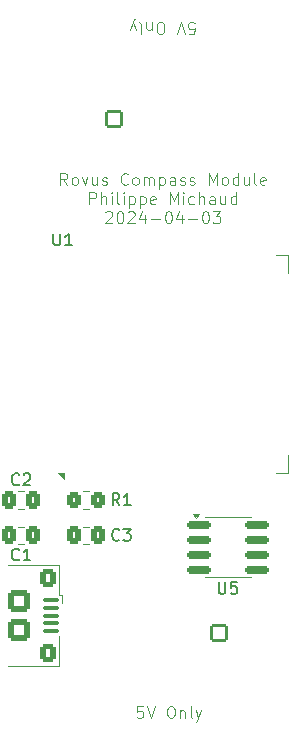
<source format=gto>
%TF.GenerationSoftware,KiCad,Pcbnew,8.0.1-8.0.1-1~ubuntu22.04.1*%
%TF.CreationDate,2024-04-18T01:12:43-04:00*%
%TF.ProjectId,esp32_rover_devkit,65737033-325f-4726-9f76-65725f646576,rev?*%
%TF.SameCoordinates,Original*%
%TF.FileFunction,Legend,Top*%
%TF.FilePolarity,Positive*%
%FSLAX46Y46*%
G04 Gerber Fmt 4.6, Leading zero omitted, Abs format (unit mm)*
G04 Created by KiCad (PCBNEW 8.0.1-8.0.1-1~ubuntu22.04.1) date 2024-04-18 01:12:43*
%MOMM*%
%LPD*%
G01*
G04 APERTURE LIST*
G04 Aperture macros list*
%AMRoundRect*
0 Rectangle with rounded corners*
0 $1 Rounding radius*
0 $2 $3 $4 $5 $6 $7 $8 $9 X,Y pos of 4 corners*
0 Add a 4 corners polygon primitive as box body*
4,1,4,$2,$3,$4,$5,$6,$7,$8,$9,$2,$3,0*
0 Add four circle primitives for the rounded corners*
1,1,$1+$1,$2,$3*
1,1,$1+$1,$4,$5*
1,1,$1+$1,$6,$7*
1,1,$1+$1,$8,$9*
0 Add four rect primitives between the rounded corners*
20,1,$1+$1,$2,$3,$4,$5,0*
20,1,$1+$1,$4,$5,$6,$7,0*
20,1,$1+$1,$6,$7,$8,$9,0*
20,1,$1+$1,$8,$9,$2,$3,0*%
G04 Aperture macros list end*
%ADD10C,0.100000*%
%ADD11C,0.150000*%
%ADD12C,0.120000*%
%ADD13C,2.600000*%
%ADD14C,3.800000*%
%ADD15RoundRect,0.250000X0.337500X0.475000X-0.337500X0.475000X-0.337500X-0.475000X0.337500X-0.475000X0*%
%ADD16RoundRect,0.150000X-0.825000X-0.150000X0.825000X-0.150000X0.825000X0.150000X-0.825000X0.150000X0*%
%ADD17RoundRect,0.250000X-0.350000X-0.450000X0.350000X-0.450000X0.350000X0.450000X-0.350000X0.450000X0*%
%ADD18R,0.900000X1.500000*%
%ADD19R,1.500000X0.900000*%
%ADD20R,3.900000X3.900000*%
%ADD21RoundRect,0.100000X-0.575000X0.100000X-0.575000X-0.100000X0.575000X-0.100000X0.575000X0.100000X0*%
%ADD22O,1.600000X0.900000*%
%ADD23RoundRect,0.250000X-0.450000X0.550000X-0.450000X-0.550000X0.450000X-0.550000X0.450000X0.550000X0*%
%ADD24RoundRect,0.250000X-0.700000X0.700000X-0.700000X-0.700000X0.700000X-0.700000X0.700000X0.700000X0*%
%ADD25C,3.350000*%
%ADD26RoundRect,0.102000X0.634000X0.634000X-0.634000X0.634000X-0.634000X-0.634000X0.634000X-0.634000X0*%
%ADD27C,1.472000*%
%ADD28RoundRect,0.102000X-0.634000X-0.634000X0.634000X-0.634000X0.634000X0.634000X-0.634000X0.634000X0*%
%ADD29C,0.600000*%
G04 APERTURE END LIST*
D10*
X35690476Y-22042580D02*
X36166666Y-22042580D01*
X36166666Y-22042580D02*
X36214285Y-21566390D01*
X36214285Y-21566390D02*
X36166666Y-21614009D01*
X36166666Y-21614009D02*
X36071428Y-21661628D01*
X36071428Y-21661628D02*
X35833333Y-21661628D01*
X35833333Y-21661628D02*
X35738095Y-21614009D01*
X35738095Y-21614009D02*
X35690476Y-21566390D01*
X35690476Y-21566390D02*
X35642857Y-21471152D01*
X35642857Y-21471152D02*
X35642857Y-21233057D01*
X35642857Y-21233057D02*
X35690476Y-21137819D01*
X35690476Y-21137819D02*
X35738095Y-21090200D01*
X35738095Y-21090200D02*
X35833333Y-21042580D01*
X35833333Y-21042580D02*
X36071428Y-21042580D01*
X36071428Y-21042580D02*
X36166666Y-21090200D01*
X36166666Y-21090200D02*
X36214285Y-21137819D01*
X35357142Y-22042580D02*
X35023809Y-21042580D01*
X35023809Y-21042580D02*
X34690476Y-22042580D01*
X33404761Y-22042580D02*
X33214285Y-22042580D01*
X33214285Y-22042580D02*
X33119047Y-21994961D01*
X33119047Y-21994961D02*
X33023809Y-21899723D01*
X33023809Y-21899723D02*
X32976190Y-21709247D01*
X32976190Y-21709247D02*
X32976190Y-21375914D01*
X32976190Y-21375914D02*
X33023809Y-21185438D01*
X33023809Y-21185438D02*
X33119047Y-21090200D01*
X33119047Y-21090200D02*
X33214285Y-21042580D01*
X33214285Y-21042580D02*
X33404761Y-21042580D01*
X33404761Y-21042580D02*
X33499999Y-21090200D01*
X33499999Y-21090200D02*
X33595237Y-21185438D01*
X33595237Y-21185438D02*
X33642856Y-21375914D01*
X33642856Y-21375914D02*
X33642856Y-21709247D01*
X33642856Y-21709247D02*
X33595237Y-21899723D01*
X33595237Y-21899723D02*
X33499999Y-21994961D01*
X33499999Y-21994961D02*
X33404761Y-22042580D01*
X32547618Y-21709247D02*
X32547618Y-21042580D01*
X32547618Y-21614009D02*
X32499999Y-21661628D01*
X32499999Y-21661628D02*
X32404761Y-21709247D01*
X32404761Y-21709247D02*
X32261904Y-21709247D01*
X32261904Y-21709247D02*
X32166666Y-21661628D01*
X32166666Y-21661628D02*
X32119047Y-21566390D01*
X32119047Y-21566390D02*
X32119047Y-21042580D01*
X31499999Y-21042580D02*
X31595237Y-21090200D01*
X31595237Y-21090200D02*
X31642856Y-21185438D01*
X31642856Y-21185438D02*
X31642856Y-22042580D01*
X31214284Y-21709247D02*
X30976189Y-21042580D01*
X30738094Y-21709247D02*
X30976189Y-21042580D01*
X30976189Y-21042580D02*
X31071427Y-20804485D01*
X31071427Y-20804485D02*
X31119046Y-20756866D01*
X31119046Y-20756866D02*
X31214284Y-20709247D01*
X25404760Y-34847475D02*
X25071427Y-34371284D01*
X24833332Y-34847475D02*
X24833332Y-33847475D01*
X24833332Y-33847475D02*
X25214284Y-33847475D01*
X25214284Y-33847475D02*
X25309522Y-33895094D01*
X25309522Y-33895094D02*
X25357141Y-33942713D01*
X25357141Y-33942713D02*
X25404760Y-34037951D01*
X25404760Y-34037951D02*
X25404760Y-34180808D01*
X25404760Y-34180808D02*
X25357141Y-34276046D01*
X25357141Y-34276046D02*
X25309522Y-34323665D01*
X25309522Y-34323665D02*
X25214284Y-34371284D01*
X25214284Y-34371284D02*
X24833332Y-34371284D01*
X25976189Y-34847475D02*
X25880951Y-34799856D01*
X25880951Y-34799856D02*
X25833332Y-34752236D01*
X25833332Y-34752236D02*
X25785713Y-34656998D01*
X25785713Y-34656998D02*
X25785713Y-34371284D01*
X25785713Y-34371284D02*
X25833332Y-34276046D01*
X25833332Y-34276046D02*
X25880951Y-34228427D01*
X25880951Y-34228427D02*
X25976189Y-34180808D01*
X25976189Y-34180808D02*
X26119046Y-34180808D01*
X26119046Y-34180808D02*
X26214284Y-34228427D01*
X26214284Y-34228427D02*
X26261903Y-34276046D01*
X26261903Y-34276046D02*
X26309522Y-34371284D01*
X26309522Y-34371284D02*
X26309522Y-34656998D01*
X26309522Y-34656998D02*
X26261903Y-34752236D01*
X26261903Y-34752236D02*
X26214284Y-34799856D01*
X26214284Y-34799856D02*
X26119046Y-34847475D01*
X26119046Y-34847475D02*
X25976189Y-34847475D01*
X26642856Y-34180808D02*
X26880951Y-34847475D01*
X26880951Y-34847475D02*
X27119046Y-34180808D01*
X27928570Y-34180808D02*
X27928570Y-34847475D01*
X27499999Y-34180808D02*
X27499999Y-34704617D01*
X27499999Y-34704617D02*
X27547618Y-34799856D01*
X27547618Y-34799856D02*
X27642856Y-34847475D01*
X27642856Y-34847475D02*
X27785713Y-34847475D01*
X27785713Y-34847475D02*
X27880951Y-34799856D01*
X27880951Y-34799856D02*
X27928570Y-34752236D01*
X28357142Y-34799856D02*
X28452380Y-34847475D01*
X28452380Y-34847475D02*
X28642856Y-34847475D01*
X28642856Y-34847475D02*
X28738094Y-34799856D01*
X28738094Y-34799856D02*
X28785713Y-34704617D01*
X28785713Y-34704617D02*
X28785713Y-34656998D01*
X28785713Y-34656998D02*
X28738094Y-34561760D01*
X28738094Y-34561760D02*
X28642856Y-34514141D01*
X28642856Y-34514141D02*
X28499999Y-34514141D01*
X28499999Y-34514141D02*
X28404761Y-34466522D01*
X28404761Y-34466522D02*
X28357142Y-34371284D01*
X28357142Y-34371284D02*
X28357142Y-34323665D01*
X28357142Y-34323665D02*
X28404761Y-34228427D01*
X28404761Y-34228427D02*
X28499999Y-34180808D01*
X28499999Y-34180808D02*
X28642856Y-34180808D01*
X28642856Y-34180808D02*
X28738094Y-34228427D01*
X30547618Y-34752236D02*
X30499999Y-34799856D01*
X30499999Y-34799856D02*
X30357142Y-34847475D01*
X30357142Y-34847475D02*
X30261904Y-34847475D01*
X30261904Y-34847475D02*
X30119047Y-34799856D01*
X30119047Y-34799856D02*
X30023809Y-34704617D01*
X30023809Y-34704617D02*
X29976190Y-34609379D01*
X29976190Y-34609379D02*
X29928571Y-34418903D01*
X29928571Y-34418903D02*
X29928571Y-34276046D01*
X29928571Y-34276046D02*
X29976190Y-34085570D01*
X29976190Y-34085570D02*
X30023809Y-33990332D01*
X30023809Y-33990332D02*
X30119047Y-33895094D01*
X30119047Y-33895094D02*
X30261904Y-33847475D01*
X30261904Y-33847475D02*
X30357142Y-33847475D01*
X30357142Y-33847475D02*
X30499999Y-33895094D01*
X30499999Y-33895094D02*
X30547618Y-33942713D01*
X31119047Y-34847475D02*
X31023809Y-34799856D01*
X31023809Y-34799856D02*
X30976190Y-34752236D01*
X30976190Y-34752236D02*
X30928571Y-34656998D01*
X30928571Y-34656998D02*
X30928571Y-34371284D01*
X30928571Y-34371284D02*
X30976190Y-34276046D01*
X30976190Y-34276046D02*
X31023809Y-34228427D01*
X31023809Y-34228427D02*
X31119047Y-34180808D01*
X31119047Y-34180808D02*
X31261904Y-34180808D01*
X31261904Y-34180808D02*
X31357142Y-34228427D01*
X31357142Y-34228427D02*
X31404761Y-34276046D01*
X31404761Y-34276046D02*
X31452380Y-34371284D01*
X31452380Y-34371284D02*
X31452380Y-34656998D01*
X31452380Y-34656998D02*
X31404761Y-34752236D01*
X31404761Y-34752236D02*
X31357142Y-34799856D01*
X31357142Y-34799856D02*
X31261904Y-34847475D01*
X31261904Y-34847475D02*
X31119047Y-34847475D01*
X31880952Y-34847475D02*
X31880952Y-34180808D01*
X31880952Y-34276046D02*
X31928571Y-34228427D01*
X31928571Y-34228427D02*
X32023809Y-34180808D01*
X32023809Y-34180808D02*
X32166666Y-34180808D01*
X32166666Y-34180808D02*
X32261904Y-34228427D01*
X32261904Y-34228427D02*
X32309523Y-34323665D01*
X32309523Y-34323665D02*
X32309523Y-34847475D01*
X32309523Y-34323665D02*
X32357142Y-34228427D01*
X32357142Y-34228427D02*
X32452380Y-34180808D01*
X32452380Y-34180808D02*
X32595237Y-34180808D01*
X32595237Y-34180808D02*
X32690476Y-34228427D01*
X32690476Y-34228427D02*
X32738095Y-34323665D01*
X32738095Y-34323665D02*
X32738095Y-34847475D01*
X33214285Y-34180808D02*
X33214285Y-35180808D01*
X33214285Y-34228427D02*
X33309523Y-34180808D01*
X33309523Y-34180808D02*
X33499999Y-34180808D01*
X33499999Y-34180808D02*
X33595237Y-34228427D01*
X33595237Y-34228427D02*
X33642856Y-34276046D01*
X33642856Y-34276046D02*
X33690475Y-34371284D01*
X33690475Y-34371284D02*
X33690475Y-34656998D01*
X33690475Y-34656998D02*
X33642856Y-34752236D01*
X33642856Y-34752236D02*
X33595237Y-34799856D01*
X33595237Y-34799856D02*
X33499999Y-34847475D01*
X33499999Y-34847475D02*
X33309523Y-34847475D01*
X33309523Y-34847475D02*
X33214285Y-34799856D01*
X34547618Y-34847475D02*
X34547618Y-34323665D01*
X34547618Y-34323665D02*
X34499999Y-34228427D01*
X34499999Y-34228427D02*
X34404761Y-34180808D01*
X34404761Y-34180808D02*
X34214285Y-34180808D01*
X34214285Y-34180808D02*
X34119047Y-34228427D01*
X34547618Y-34799856D02*
X34452380Y-34847475D01*
X34452380Y-34847475D02*
X34214285Y-34847475D01*
X34214285Y-34847475D02*
X34119047Y-34799856D01*
X34119047Y-34799856D02*
X34071428Y-34704617D01*
X34071428Y-34704617D02*
X34071428Y-34609379D01*
X34071428Y-34609379D02*
X34119047Y-34514141D01*
X34119047Y-34514141D02*
X34214285Y-34466522D01*
X34214285Y-34466522D02*
X34452380Y-34466522D01*
X34452380Y-34466522D02*
X34547618Y-34418903D01*
X34976190Y-34799856D02*
X35071428Y-34847475D01*
X35071428Y-34847475D02*
X35261904Y-34847475D01*
X35261904Y-34847475D02*
X35357142Y-34799856D01*
X35357142Y-34799856D02*
X35404761Y-34704617D01*
X35404761Y-34704617D02*
X35404761Y-34656998D01*
X35404761Y-34656998D02*
X35357142Y-34561760D01*
X35357142Y-34561760D02*
X35261904Y-34514141D01*
X35261904Y-34514141D02*
X35119047Y-34514141D01*
X35119047Y-34514141D02*
X35023809Y-34466522D01*
X35023809Y-34466522D02*
X34976190Y-34371284D01*
X34976190Y-34371284D02*
X34976190Y-34323665D01*
X34976190Y-34323665D02*
X35023809Y-34228427D01*
X35023809Y-34228427D02*
X35119047Y-34180808D01*
X35119047Y-34180808D02*
X35261904Y-34180808D01*
X35261904Y-34180808D02*
X35357142Y-34228427D01*
X35785714Y-34799856D02*
X35880952Y-34847475D01*
X35880952Y-34847475D02*
X36071428Y-34847475D01*
X36071428Y-34847475D02*
X36166666Y-34799856D01*
X36166666Y-34799856D02*
X36214285Y-34704617D01*
X36214285Y-34704617D02*
X36214285Y-34656998D01*
X36214285Y-34656998D02*
X36166666Y-34561760D01*
X36166666Y-34561760D02*
X36071428Y-34514141D01*
X36071428Y-34514141D02*
X35928571Y-34514141D01*
X35928571Y-34514141D02*
X35833333Y-34466522D01*
X35833333Y-34466522D02*
X35785714Y-34371284D01*
X35785714Y-34371284D02*
X35785714Y-34323665D01*
X35785714Y-34323665D02*
X35833333Y-34228427D01*
X35833333Y-34228427D02*
X35928571Y-34180808D01*
X35928571Y-34180808D02*
X36071428Y-34180808D01*
X36071428Y-34180808D02*
X36166666Y-34228427D01*
X37404762Y-34847475D02*
X37404762Y-33847475D01*
X37404762Y-33847475D02*
X37738095Y-34561760D01*
X37738095Y-34561760D02*
X38071428Y-33847475D01*
X38071428Y-33847475D02*
X38071428Y-34847475D01*
X38690476Y-34847475D02*
X38595238Y-34799856D01*
X38595238Y-34799856D02*
X38547619Y-34752236D01*
X38547619Y-34752236D02*
X38500000Y-34656998D01*
X38500000Y-34656998D02*
X38500000Y-34371284D01*
X38500000Y-34371284D02*
X38547619Y-34276046D01*
X38547619Y-34276046D02*
X38595238Y-34228427D01*
X38595238Y-34228427D02*
X38690476Y-34180808D01*
X38690476Y-34180808D02*
X38833333Y-34180808D01*
X38833333Y-34180808D02*
X38928571Y-34228427D01*
X38928571Y-34228427D02*
X38976190Y-34276046D01*
X38976190Y-34276046D02*
X39023809Y-34371284D01*
X39023809Y-34371284D02*
X39023809Y-34656998D01*
X39023809Y-34656998D02*
X38976190Y-34752236D01*
X38976190Y-34752236D02*
X38928571Y-34799856D01*
X38928571Y-34799856D02*
X38833333Y-34847475D01*
X38833333Y-34847475D02*
X38690476Y-34847475D01*
X39880952Y-34847475D02*
X39880952Y-33847475D01*
X39880952Y-34799856D02*
X39785714Y-34847475D01*
X39785714Y-34847475D02*
X39595238Y-34847475D01*
X39595238Y-34847475D02*
X39500000Y-34799856D01*
X39500000Y-34799856D02*
X39452381Y-34752236D01*
X39452381Y-34752236D02*
X39404762Y-34656998D01*
X39404762Y-34656998D02*
X39404762Y-34371284D01*
X39404762Y-34371284D02*
X39452381Y-34276046D01*
X39452381Y-34276046D02*
X39500000Y-34228427D01*
X39500000Y-34228427D02*
X39595238Y-34180808D01*
X39595238Y-34180808D02*
X39785714Y-34180808D01*
X39785714Y-34180808D02*
X39880952Y-34228427D01*
X40785714Y-34180808D02*
X40785714Y-34847475D01*
X40357143Y-34180808D02*
X40357143Y-34704617D01*
X40357143Y-34704617D02*
X40404762Y-34799856D01*
X40404762Y-34799856D02*
X40500000Y-34847475D01*
X40500000Y-34847475D02*
X40642857Y-34847475D01*
X40642857Y-34847475D02*
X40738095Y-34799856D01*
X40738095Y-34799856D02*
X40785714Y-34752236D01*
X41404762Y-34847475D02*
X41309524Y-34799856D01*
X41309524Y-34799856D02*
X41261905Y-34704617D01*
X41261905Y-34704617D02*
X41261905Y-33847475D01*
X42166667Y-34799856D02*
X42071429Y-34847475D01*
X42071429Y-34847475D02*
X41880953Y-34847475D01*
X41880953Y-34847475D02*
X41785715Y-34799856D01*
X41785715Y-34799856D02*
X41738096Y-34704617D01*
X41738096Y-34704617D02*
X41738096Y-34323665D01*
X41738096Y-34323665D02*
X41785715Y-34228427D01*
X41785715Y-34228427D02*
X41880953Y-34180808D01*
X41880953Y-34180808D02*
X42071429Y-34180808D01*
X42071429Y-34180808D02*
X42166667Y-34228427D01*
X42166667Y-34228427D02*
X42214286Y-34323665D01*
X42214286Y-34323665D02*
X42214286Y-34418903D01*
X42214286Y-34418903D02*
X41738096Y-34514141D01*
X27285714Y-36457419D02*
X27285714Y-35457419D01*
X27285714Y-35457419D02*
X27666666Y-35457419D01*
X27666666Y-35457419D02*
X27761904Y-35505038D01*
X27761904Y-35505038D02*
X27809523Y-35552657D01*
X27809523Y-35552657D02*
X27857142Y-35647895D01*
X27857142Y-35647895D02*
X27857142Y-35790752D01*
X27857142Y-35790752D02*
X27809523Y-35885990D01*
X27809523Y-35885990D02*
X27761904Y-35933609D01*
X27761904Y-35933609D02*
X27666666Y-35981228D01*
X27666666Y-35981228D02*
X27285714Y-35981228D01*
X28285714Y-36457419D02*
X28285714Y-35457419D01*
X28714285Y-36457419D02*
X28714285Y-35933609D01*
X28714285Y-35933609D02*
X28666666Y-35838371D01*
X28666666Y-35838371D02*
X28571428Y-35790752D01*
X28571428Y-35790752D02*
X28428571Y-35790752D01*
X28428571Y-35790752D02*
X28333333Y-35838371D01*
X28333333Y-35838371D02*
X28285714Y-35885990D01*
X29190476Y-36457419D02*
X29190476Y-35790752D01*
X29190476Y-35457419D02*
X29142857Y-35505038D01*
X29142857Y-35505038D02*
X29190476Y-35552657D01*
X29190476Y-35552657D02*
X29238095Y-35505038D01*
X29238095Y-35505038D02*
X29190476Y-35457419D01*
X29190476Y-35457419D02*
X29190476Y-35552657D01*
X29809523Y-36457419D02*
X29714285Y-36409800D01*
X29714285Y-36409800D02*
X29666666Y-36314561D01*
X29666666Y-36314561D02*
X29666666Y-35457419D01*
X30190476Y-36457419D02*
X30190476Y-35790752D01*
X30190476Y-35457419D02*
X30142857Y-35505038D01*
X30142857Y-35505038D02*
X30190476Y-35552657D01*
X30190476Y-35552657D02*
X30238095Y-35505038D01*
X30238095Y-35505038D02*
X30190476Y-35457419D01*
X30190476Y-35457419D02*
X30190476Y-35552657D01*
X30666666Y-35790752D02*
X30666666Y-36790752D01*
X30666666Y-35838371D02*
X30761904Y-35790752D01*
X30761904Y-35790752D02*
X30952380Y-35790752D01*
X30952380Y-35790752D02*
X31047618Y-35838371D01*
X31047618Y-35838371D02*
X31095237Y-35885990D01*
X31095237Y-35885990D02*
X31142856Y-35981228D01*
X31142856Y-35981228D02*
X31142856Y-36266942D01*
X31142856Y-36266942D02*
X31095237Y-36362180D01*
X31095237Y-36362180D02*
X31047618Y-36409800D01*
X31047618Y-36409800D02*
X30952380Y-36457419D01*
X30952380Y-36457419D02*
X30761904Y-36457419D01*
X30761904Y-36457419D02*
X30666666Y-36409800D01*
X31571428Y-35790752D02*
X31571428Y-36790752D01*
X31571428Y-35838371D02*
X31666666Y-35790752D01*
X31666666Y-35790752D02*
X31857142Y-35790752D01*
X31857142Y-35790752D02*
X31952380Y-35838371D01*
X31952380Y-35838371D02*
X31999999Y-35885990D01*
X31999999Y-35885990D02*
X32047618Y-35981228D01*
X32047618Y-35981228D02*
X32047618Y-36266942D01*
X32047618Y-36266942D02*
X31999999Y-36362180D01*
X31999999Y-36362180D02*
X31952380Y-36409800D01*
X31952380Y-36409800D02*
X31857142Y-36457419D01*
X31857142Y-36457419D02*
X31666666Y-36457419D01*
X31666666Y-36457419D02*
X31571428Y-36409800D01*
X32857142Y-36409800D02*
X32761904Y-36457419D01*
X32761904Y-36457419D02*
X32571428Y-36457419D01*
X32571428Y-36457419D02*
X32476190Y-36409800D01*
X32476190Y-36409800D02*
X32428571Y-36314561D01*
X32428571Y-36314561D02*
X32428571Y-35933609D01*
X32428571Y-35933609D02*
X32476190Y-35838371D01*
X32476190Y-35838371D02*
X32571428Y-35790752D01*
X32571428Y-35790752D02*
X32761904Y-35790752D01*
X32761904Y-35790752D02*
X32857142Y-35838371D01*
X32857142Y-35838371D02*
X32904761Y-35933609D01*
X32904761Y-35933609D02*
X32904761Y-36028847D01*
X32904761Y-36028847D02*
X32428571Y-36124085D01*
X34095238Y-36457419D02*
X34095238Y-35457419D01*
X34095238Y-35457419D02*
X34428571Y-36171704D01*
X34428571Y-36171704D02*
X34761904Y-35457419D01*
X34761904Y-35457419D02*
X34761904Y-36457419D01*
X35238095Y-36457419D02*
X35238095Y-35790752D01*
X35238095Y-35457419D02*
X35190476Y-35505038D01*
X35190476Y-35505038D02*
X35238095Y-35552657D01*
X35238095Y-35552657D02*
X35285714Y-35505038D01*
X35285714Y-35505038D02*
X35238095Y-35457419D01*
X35238095Y-35457419D02*
X35238095Y-35552657D01*
X36142856Y-36409800D02*
X36047618Y-36457419D01*
X36047618Y-36457419D02*
X35857142Y-36457419D01*
X35857142Y-36457419D02*
X35761904Y-36409800D01*
X35761904Y-36409800D02*
X35714285Y-36362180D01*
X35714285Y-36362180D02*
X35666666Y-36266942D01*
X35666666Y-36266942D02*
X35666666Y-35981228D01*
X35666666Y-35981228D02*
X35714285Y-35885990D01*
X35714285Y-35885990D02*
X35761904Y-35838371D01*
X35761904Y-35838371D02*
X35857142Y-35790752D01*
X35857142Y-35790752D02*
X36047618Y-35790752D01*
X36047618Y-35790752D02*
X36142856Y-35838371D01*
X36571428Y-36457419D02*
X36571428Y-35457419D01*
X36999999Y-36457419D02*
X36999999Y-35933609D01*
X36999999Y-35933609D02*
X36952380Y-35838371D01*
X36952380Y-35838371D02*
X36857142Y-35790752D01*
X36857142Y-35790752D02*
X36714285Y-35790752D01*
X36714285Y-35790752D02*
X36619047Y-35838371D01*
X36619047Y-35838371D02*
X36571428Y-35885990D01*
X37904761Y-36457419D02*
X37904761Y-35933609D01*
X37904761Y-35933609D02*
X37857142Y-35838371D01*
X37857142Y-35838371D02*
X37761904Y-35790752D01*
X37761904Y-35790752D02*
X37571428Y-35790752D01*
X37571428Y-35790752D02*
X37476190Y-35838371D01*
X37904761Y-36409800D02*
X37809523Y-36457419D01*
X37809523Y-36457419D02*
X37571428Y-36457419D01*
X37571428Y-36457419D02*
X37476190Y-36409800D01*
X37476190Y-36409800D02*
X37428571Y-36314561D01*
X37428571Y-36314561D02*
X37428571Y-36219323D01*
X37428571Y-36219323D02*
X37476190Y-36124085D01*
X37476190Y-36124085D02*
X37571428Y-36076466D01*
X37571428Y-36076466D02*
X37809523Y-36076466D01*
X37809523Y-36076466D02*
X37904761Y-36028847D01*
X38809523Y-35790752D02*
X38809523Y-36457419D01*
X38380952Y-35790752D02*
X38380952Y-36314561D01*
X38380952Y-36314561D02*
X38428571Y-36409800D01*
X38428571Y-36409800D02*
X38523809Y-36457419D01*
X38523809Y-36457419D02*
X38666666Y-36457419D01*
X38666666Y-36457419D02*
X38761904Y-36409800D01*
X38761904Y-36409800D02*
X38809523Y-36362180D01*
X39714285Y-36457419D02*
X39714285Y-35457419D01*
X39714285Y-36409800D02*
X39619047Y-36457419D01*
X39619047Y-36457419D02*
X39428571Y-36457419D01*
X39428571Y-36457419D02*
X39333333Y-36409800D01*
X39333333Y-36409800D02*
X39285714Y-36362180D01*
X39285714Y-36362180D02*
X39238095Y-36266942D01*
X39238095Y-36266942D02*
X39238095Y-35981228D01*
X39238095Y-35981228D02*
X39285714Y-35885990D01*
X39285714Y-35885990D02*
X39333333Y-35838371D01*
X39333333Y-35838371D02*
X39428571Y-35790752D01*
X39428571Y-35790752D02*
X39619047Y-35790752D01*
X39619047Y-35790752D02*
X39714285Y-35838371D01*
X28642857Y-37162601D02*
X28690476Y-37114982D01*
X28690476Y-37114982D02*
X28785714Y-37067363D01*
X28785714Y-37067363D02*
X29023809Y-37067363D01*
X29023809Y-37067363D02*
X29119047Y-37114982D01*
X29119047Y-37114982D02*
X29166666Y-37162601D01*
X29166666Y-37162601D02*
X29214285Y-37257839D01*
X29214285Y-37257839D02*
X29214285Y-37353077D01*
X29214285Y-37353077D02*
X29166666Y-37495934D01*
X29166666Y-37495934D02*
X28595238Y-38067363D01*
X28595238Y-38067363D02*
X29214285Y-38067363D01*
X29833333Y-37067363D02*
X29928571Y-37067363D01*
X29928571Y-37067363D02*
X30023809Y-37114982D01*
X30023809Y-37114982D02*
X30071428Y-37162601D01*
X30071428Y-37162601D02*
X30119047Y-37257839D01*
X30119047Y-37257839D02*
X30166666Y-37448315D01*
X30166666Y-37448315D02*
X30166666Y-37686410D01*
X30166666Y-37686410D02*
X30119047Y-37876886D01*
X30119047Y-37876886D02*
X30071428Y-37972124D01*
X30071428Y-37972124D02*
X30023809Y-38019744D01*
X30023809Y-38019744D02*
X29928571Y-38067363D01*
X29928571Y-38067363D02*
X29833333Y-38067363D01*
X29833333Y-38067363D02*
X29738095Y-38019744D01*
X29738095Y-38019744D02*
X29690476Y-37972124D01*
X29690476Y-37972124D02*
X29642857Y-37876886D01*
X29642857Y-37876886D02*
X29595238Y-37686410D01*
X29595238Y-37686410D02*
X29595238Y-37448315D01*
X29595238Y-37448315D02*
X29642857Y-37257839D01*
X29642857Y-37257839D02*
X29690476Y-37162601D01*
X29690476Y-37162601D02*
X29738095Y-37114982D01*
X29738095Y-37114982D02*
X29833333Y-37067363D01*
X30547619Y-37162601D02*
X30595238Y-37114982D01*
X30595238Y-37114982D02*
X30690476Y-37067363D01*
X30690476Y-37067363D02*
X30928571Y-37067363D01*
X30928571Y-37067363D02*
X31023809Y-37114982D01*
X31023809Y-37114982D02*
X31071428Y-37162601D01*
X31071428Y-37162601D02*
X31119047Y-37257839D01*
X31119047Y-37257839D02*
X31119047Y-37353077D01*
X31119047Y-37353077D02*
X31071428Y-37495934D01*
X31071428Y-37495934D02*
X30500000Y-38067363D01*
X30500000Y-38067363D02*
X31119047Y-38067363D01*
X31976190Y-37400696D02*
X31976190Y-38067363D01*
X31738095Y-37019744D02*
X31500000Y-37734029D01*
X31500000Y-37734029D02*
X32119047Y-37734029D01*
X32500000Y-37686410D02*
X33261905Y-37686410D01*
X33928571Y-37067363D02*
X34023809Y-37067363D01*
X34023809Y-37067363D02*
X34119047Y-37114982D01*
X34119047Y-37114982D02*
X34166666Y-37162601D01*
X34166666Y-37162601D02*
X34214285Y-37257839D01*
X34214285Y-37257839D02*
X34261904Y-37448315D01*
X34261904Y-37448315D02*
X34261904Y-37686410D01*
X34261904Y-37686410D02*
X34214285Y-37876886D01*
X34214285Y-37876886D02*
X34166666Y-37972124D01*
X34166666Y-37972124D02*
X34119047Y-38019744D01*
X34119047Y-38019744D02*
X34023809Y-38067363D01*
X34023809Y-38067363D02*
X33928571Y-38067363D01*
X33928571Y-38067363D02*
X33833333Y-38019744D01*
X33833333Y-38019744D02*
X33785714Y-37972124D01*
X33785714Y-37972124D02*
X33738095Y-37876886D01*
X33738095Y-37876886D02*
X33690476Y-37686410D01*
X33690476Y-37686410D02*
X33690476Y-37448315D01*
X33690476Y-37448315D02*
X33738095Y-37257839D01*
X33738095Y-37257839D02*
X33785714Y-37162601D01*
X33785714Y-37162601D02*
X33833333Y-37114982D01*
X33833333Y-37114982D02*
X33928571Y-37067363D01*
X35119047Y-37400696D02*
X35119047Y-38067363D01*
X34880952Y-37019744D02*
X34642857Y-37734029D01*
X34642857Y-37734029D02*
X35261904Y-37734029D01*
X35642857Y-37686410D02*
X36404762Y-37686410D01*
X37071428Y-37067363D02*
X37166666Y-37067363D01*
X37166666Y-37067363D02*
X37261904Y-37114982D01*
X37261904Y-37114982D02*
X37309523Y-37162601D01*
X37309523Y-37162601D02*
X37357142Y-37257839D01*
X37357142Y-37257839D02*
X37404761Y-37448315D01*
X37404761Y-37448315D02*
X37404761Y-37686410D01*
X37404761Y-37686410D02*
X37357142Y-37876886D01*
X37357142Y-37876886D02*
X37309523Y-37972124D01*
X37309523Y-37972124D02*
X37261904Y-38019744D01*
X37261904Y-38019744D02*
X37166666Y-38067363D01*
X37166666Y-38067363D02*
X37071428Y-38067363D01*
X37071428Y-38067363D02*
X36976190Y-38019744D01*
X36976190Y-38019744D02*
X36928571Y-37972124D01*
X36928571Y-37972124D02*
X36880952Y-37876886D01*
X36880952Y-37876886D02*
X36833333Y-37686410D01*
X36833333Y-37686410D02*
X36833333Y-37448315D01*
X36833333Y-37448315D02*
X36880952Y-37257839D01*
X36880952Y-37257839D02*
X36928571Y-37162601D01*
X36928571Y-37162601D02*
X36976190Y-37114982D01*
X36976190Y-37114982D02*
X37071428Y-37067363D01*
X37738095Y-37067363D02*
X38357142Y-37067363D01*
X38357142Y-37067363D02*
X38023809Y-37448315D01*
X38023809Y-37448315D02*
X38166666Y-37448315D01*
X38166666Y-37448315D02*
X38261904Y-37495934D01*
X38261904Y-37495934D02*
X38309523Y-37543553D01*
X38309523Y-37543553D02*
X38357142Y-37638791D01*
X38357142Y-37638791D02*
X38357142Y-37876886D01*
X38357142Y-37876886D02*
X38309523Y-37972124D01*
X38309523Y-37972124D02*
X38261904Y-38019744D01*
X38261904Y-38019744D02*
X38166666Y-38067363D01*
X38166666Y-38067363D02*
X37880952Y-38067363D01*
X37880952Y-38067363D02*
X37785714Y-38019744D01*
X37785714Y-38019744D02*
X37738095Y-37972124D01*
X31809523Y-78957419D02*
X31333333Y-78957419D01*
X31333333Y-78957419D02*
X31285714Y-79433609D01*
X31285714Y-79433609D02*
X31333333Y-79385990D01*
X31333333Y-79385990D02*
X31428571Y-79338371D01*
X31428571Y-79338371D02*
X31666666Y-79338371D01*
X31666666Y-79338371D02*
X31761904Y-79385990D01*
X31761904Y-79385990D02*
X31809523Y-79433609D01*
X31809523Y-79433609D02*
X31857142Y-79528847D01*
X31857142Y-79528847D02*
X31857142Y-79766942D01*
X31857142Y-79766942D02*
X31809523Y-79862180D01*
X31809523Y-79862180D02*
X31761904Y-79909800D01*
X31761904Y-79909800D02*
X31666666Y-79957419D01*
X31666666Y-79957419D02*
X31428571Y-79957419D01*
X31428571Y-79957419D02*
X31333333Y-79909800D01*
X31333333Y-79909800D02*
X31285714Y-79862180D01*
X32142857Y-78957419D02*
X32476190Y-79957419D01*
X32476190Y-79957419D02*
X32809523Y-78957419D01*
X34095238Y-78957419D02*
X34285714Y-78957419D01*
X34285714Y-78957419D02*
X34380952Y-79005038D01*
X34380952Y-79005038D02*
X34476190Y-79100276D01*
X34476190Y-79100276D02*
X34523809Y-79290752D01*
X34523809Y-79290752D02*
X34523809Y-79624085D01*
X34523809Y-79624085D02*
X34476190Y-79814561D01*
X34476190Y-79814561D02*
X34380952Y-79909800D01*
X34380952Y-79909800D02*
X34285714Y-79957419D01*
X34285714Y-79957419D02*
X34095238Y-79957419D01*
X34095238Y-79957419D02*
X34000000Y-79909800D01*
X34000000Y-79909800D02*
X33904762Y-79814561D01*
X33904762Y-79814561D02*
X33857143Y-79624085D01*
X33857143Y-79624085D02*
X33857143Y-79290752D01*
X33857143Y-79290752D02*
X33904762Y-79100276D01*
X33904762Y-79100276D02*
X34000000Y-79005038D01*
X34000000Y-79005038D02*
X34095238Y-78957419D01*
X34952381Y-79290752D02*
X34952381Y-79957419D01*
X34952381Y-79385990D02*
X35000000Y-79338371D01*
X35000000Y-79338371D02*
X35095238Y-79290752D01*
X35095238Y-79290752D02*
X35238095Y-79290752D01*
X35238095Y-79290752D02*
X35333333Y-79338371D01*
X35333333Y-79338371D02*
X35380952Y-79433609D01*
X35380952Y-79433609D02*
X35380952Y-79957419D01*
X36000000Y-79957419D02*
X35904762Y-79909800D01*
X35904762Y-79909800D02*
X35857143Y-79814561D01*
X35857143Y-79814561D02*
X35857143Y-78957419D01*
X36285715Y-79290752D02*
X36523810Y-79957419D01*
X36761905Y-79290752D02*
X36523810Y-79957419D01*
X36523810Y-79957419D02*
X36428572Y-80195514D01*
X36428572Y-80195514D02*
X36380953Y-80243133D01*
X36380953Y-80243133D02*
X36285715Y-80290752D01*
D11*
X21347587Y-60172972D02*
X21299968Y-60220592D01*
X21299968Y-60220592D02*
X21157111Y-60268211D01*
X21157111Y-60268211D02*
X21061873Y-60268211D01*
X21061873Y-60268211D02*
X20919016Y-60220592D01*
X20919016Y-60220592D02*
X20823778Y-60125353D01*
X20823778Y-60125353D02*
X20776159Y-60030115D01*
X20776159Y-60030115D02*
X20728540Y-59839639D01*
X20728540Y-59839639D02*
X20728540Y-59696782D01*
X20728540Y-59696782D02*
X20776159Y-59506306D01*
X20776159Y-59506306D02*
X20823778Y-59411068D01*
X20823778Y-59411068D02*
X20919016Y-59315830D01*
X20919016Y-59315830D02*
X21061873Y-59268211D01*
X21061873Y-59268211D02*
X21157111Y-59268211D01*
X21157111Y-59268211D02*
X21299968Y-59315830D01*
X21299968Y-59315830D02*
X21347587Y-59363449D01*
X21728540Y-59363449D02*
X21776159Y-59315830D01*
X21776159Y-59315830D02*
X21871397Y-59268211D01*
X21871397Y-59268211D02*
X22109492Y-59268211D01*
X22109492Y-59268211D02*
X22204730Y-59315830D01*
X22204730Y-59315830D02*
X22252349Y-59363449D01*
X22252349Y-59363449D02*
X22299968Y-59458687D01*
X22299968Y-59458687D02*
X22299968Y-59553925D01*
X22299968Y-59553925D02*
X22252349Y-59696782D01*
X22252349Y-59696782D02*
X21680921Y-60268211D01*
X21680921Y-60268211D02*
X22299968Y-60268211D01*
X29833333Y-64859580D02*
X29785714Y-64907200D01*
X29785714Y-64907200D02*
X29642857Y-64954819D01*
X29642857Y-64954819D02*
X29547619Y-64954819D01*
X29547619Y-64954819D02*
X29404762Y-64907200D01*
X29404762Y-64907200D02*
X29309524Y-64811961D01*
X29309524Y-64811961D02*
X29261905Y-64716723D01*
X29261905Y-64716723D02*
X29214286Y-64526247D01*
X29214286Y-64526247D02*
X29214286Y-64383390D01*
X29214286Y-64383390D02*
X29261905Y-64192914D01*
X29261905Y-64192914D02*
X29309524Y-64097676D01*
X29309524Y-64097676D02*
X29404762Y-64002438D01*
X29404762Y-64002438D02*
X29547619Y-63954819D01*
X29547619Y-63954819D02*
X29642857Y-63954819D01*
X29642857Y-63954819D02*
X29785714Y-64002438D01*
X29785714Y-64002438D02*
X29833333Y-64050057D01*
X30166667Y-63954819D02*
X30785714Y-63954819D01*
X30785714Y-63954819D02*
X30452381Y-64335771D01*
X30452381Y-64335771D02*
X30595238Y-64335771D01*
X30595238Y-64335771D02*
X30690476Y-64383390D01*
X30690476Y-64383390D02*
X30738095Y-64431009D01*
X30738095Y-64431009D02*
X30785714Y-64526247D01*
X30785714Y-64526247D02*
X30785714Y-64764342D01*
X30785714Y-64764342D02*
X30738095Y-64859580D01*
X30738095Y-64859580D02*
X30690476Y-64907200D01*
X30690476Y-64907200D02*
X30595238Y-64954819D01*
X30595238Y-64954819D02*
X30309524Y-64954819D01*
X30309524Y-64954819D02*
X30214286Y-64907200D01*
X30214286Y-64907200D02*
X30166667Y-64859580D01*
X38238095Y-68454819D02*
X38238095Y-69264342D01*
X38238095Y-69264342D02*
X38285714Y-69359580D01*
X38285714Y-69359580D02*
X38333333Y-69407200D01*
X38333333Y-69407200D02*
X38428571Y-69454819D01*
X38428571Y-69454819D02*
X38619047Y-69454819D01*
X38619047Y-69454819D02*
X38714285Y-69407200D01*
X38714285Y-69407200D02*
X38761904Y-69359580D01*
X38761904Y-69359580D02*
X38809523Y-69264342D01*
X38809523Y-69264342D02*
X38809523Y-68454819D01*
X39761904Y-68454819D02*
X39285714Y-68454819D01*
X39285714Y-68454819D02*
X39238095Y-68931009D01*
X39238095Y-68931009D02*
X39285714Y-68883390D01*
X39285714Y-68883390D02*
X39380952Y-68835771D01*
X39380952Y-68835771D02*
X39619047Y-68835771D01*
X39619047Y-68835771D02*
X39714285Y-68883390D01*
X39714285Y-68883390D02*
X39761904Y-68931009D01*
X39761904Y-68931009D02*
X39809523Y-69026247D01*
X39809523Y-69026247D02*
X39809523Y-69264342D01*
X39809523Y-69264342D02*
X39761904Y-69359580D01*
X39761904Y-69359580D02*
X39714285Y-69407200D01*
X39714285Y-69407200D02*
X39619047Y-69454819D01*
X39619047Y-69454819D02*
X39380952Y-69454819D01*
X39380952Y-69454819D02*
X39285714Y-69407200D01*
X39285714Y-69407200D02*
X39238095Y-69359580D01*
X21333333Y-66539580D02*
X21285714Y-66587200D01*
X21285714Y-66587200D02*
X21142857Y-66634819D01*
X21142857Y-66634819D02*
X21047619Y-66634819D01*
X21047619Y-66634819D02*
X20904762Y-66587200D01*
X20904762Y-66587200D02*
X20809524Y-66491961D01*
X20809524Y-66491961D02*
X20761905Y-66396723D01*
X20761905Y-66396723D02*
X20714286Y-66206247D01*
X20714286Y-66206247D02*
X20714286Y-66063390D01*
X20714286Y-66063390D02*
X20761905Y-65872914D01*
X20761905Y-65872914D02*
X20809524Y-65777676D01*
X20809524Y-65777676D02*
X20904762Y-65682438D01*
X20904762Y-65682438D02*
X21047619Y-65634819D01*
X21047619Y-65634819D02*
X21142857Y-65634819D01*
X21142857Y-65634819D02*
X21285714Y-65682438D01*
X21285714Y-65682438D02*
X21333333Y-65730057D01*
X22285714Y-66634819D02*
X21714286Y-66634819D01*
X22000000Y-66634819D02*
X22000000Y-65634819D01*
X22000000Y-65634819D02*
X21904762Y-65777676D01*
X21904762Y-65777676D02*
X21809524Y-65872914D01*
X21809524Y-65872914D02*
X21714286Y-65920533D01*
X29833333Y-61954819D02*
X29500000Y-61478628D01*
X29261905Y-61954819D02*
X29261905Y-60954819D01*
X29261905Y-60954819D02*
X29642857Y-60954819D01*
X29642857Y-60954819D02*
X29738095Y-61002438D01*
X29738095Y-61002438D02*
X29785714Y-61050057D01*
X29785714Y-61050057D02*
X29833333Y-61145295D01*
X29833333Y-61145295D02*
X29833333Y-61288152D01*
X29833333Y-61288152D02*
X29785714Y-61383390D01*
X29785714Y-61383390D02*
X29738095Y-61431009D01*
X29738095Y-61431009D02*
X29642857Y-61478628D01*
X29642857Y-61478628D02*
X29261905Y-61478628D01*
X30785714Y-61954819D02*
X30214286Y-61954819D01*
X30500000Y-61954819D02*
X30500000Y-60954819D01*
X30500000Y-60954819D02*
X30404762Y-61097676D01*
X30404762Y-61097676D02*
X30309524Y-61192914D01*
X30309524Y-61192914D02*
X30214286Y-61240533D01*
X24238095Y-38954819D02*
X24238095Y-39764342D01*
X24238095Y-39764342D02*
X24285714Y-39859580D01*
X24285714Y-39859580D02*
X24333333Y-39907200D01*
X24333333Y-39907200D02*
X24428571Y-39954819D01*
X24428571Y-39954819D02*
X24619047Y-39954819D01*
X24619047Y-39954819D02*
X24714285Y-39907200D01*
X24714285Y-39907200D02*
X24761904Y-39859580D01*
X24761904Y-39859580D02*
X24809523Y-39764342D01*
X24809523Y-39764342D02*
X24809523Y-38954819D01*
X25809523Y-39954819D02*
X25238095Y-39954819D01*
X25523809Y-39954819D02*
X25523809Y-38954819D01*
X25523809Y-38954819D02*
X25428571Y-39097676D01*
X25428571Y-39097676D02*
X25333333Y-39192914D01*
X25333333Y-39192914D02*
X25238095Y-39240533D01*
D12*
%TO.C,C2*%
X21761252Y-60765000D02*
X21238748Y-60765000D01*
X21761252Y-62235000D02*
X21238748Y-62235000D01*
%TO.C,C3*%
X27261252Y-63765000D02*
X26738748Y-63765000D01*
X27261252Y-65235000D02*
X26738748Y-65235000D01*
%TO.C,U5*%
X39000000Y-62940000D02*
X37050000Y-62940000D01*
X39000000Y-62940000D02*
X40950000Y-62940000D01*
X39000000Y-68060000D02*
X37050000Y-68060000D01*
X39000000Y-68060000D02*
X40950000Y-68060000D01*
X36300000Y-63035000D02*
X36060000Y-62705000D01*
X36540000Y-62705000D01*
X36300000Y-63035000D01*
G36*
X36300000Y-63035000D02*
G01*
X36060000Y-62705000D01*
X36540000Y-62705000D01*
X36300000Y-63035000D01*
G37*
%TO.C,C1*%
X21761252Y-63765000D02*
X21238748Y-63765000D01*
X21761252Y-65235000D02*
X21238748Y-65235000D01*
%TO.C,R1*%
X26772936Y-60765000D02*
X27227064Y-60765000D01*
X26772936Y-62235000D02*
X27227064Y-62235000D01*
%TO.C,U1*%
X43090000Y-59200000D02*
X44090000Y-59200000D01*
X44090000Y-40800000D02*
X43090000Y-40800000D01*
X44090000Y-40800000D02*
X44090000Y-42300000D01*
X44090000Y-59200000D02*
X44090000Y-57700000D01*
X25115000Y-59700000D02*
X24615000Y-59200000D01*
X25115000Y-59200000D01*
X25115000Y-59700000D01*
G36*
X25115000Y-59700000D02*
G01*
X24615000Y-59200000D01*
X25115000Y-59200000D01*
X25115000Y-59700000D01*
G37*
%TO.C,J1*%
X24735000Y-67040000D02*
X20375000Y-67040000D01*
X24735000Y-67040000D02*
X24735000Y-69540000D01*
X24735000Y-69540000D02*
X24935000Y-69540000D01*
X24735000Y-73060000D02*
X24735000Y-75560000D01*
X24735000Y-75560000D02*
X20375000Y-75560000D01*
X24935000Y-70200000D02*
X24935000Y-69540000D01*
%TD*%
%LPC*%
D13*
%TO.C,H2*%
X46000000Y-23000000D03*
D14*
X46000000Y-23000000D03*
%TD*%
D13*
%TO.C,H4*%
X46000000Y-79000000D03*
D14*
X46000000Y-79000000D03*
%TD*%
D15*
%TO.C,C2*%
X22537500Y-61500000D03*
X20462500Y-61500000D03*
%TD*%
%TO.C,C3*%
X28037500Y-64500000D03*
X25962500Y-64500000D03*
%TD*%
D16*
%TO.C,U5*%
X36525000Y-63595000D03*
X36525000Y-64865000D03*
X36525000Y-66135000D03*
X36525000Y-67405000D03*
X41475000Y-67405000D03*
X41475000Y-66135000D03*
X41475000Y-64865000D03*
X41475000Y-63595000D03*
%TD*%
D15*
%TO.C,C1*%
X22537500Y-64500000D03*
X20462500Y-64500000D03*
%TD*%
D17*
%TO.C,R1*%
X26000000Y-61500000D03*
X28000000Y-61500000D03*
%TD*%
D18*
%TO.C,U1*%
X25880000Y-58750000D03*
X27150000Y-58750000D03*
X28420000Y-58750000D03*
X29690000Y-58750000D03*
X30960000Y-58750000D03*
X32230000Y-58750000D03*
X33500000Y-58750000D03*
X34770000Y-58750000D03*
X36040000Y-58750000D03*
X37310000Y-58750000D03*
X38580000Y-58750000D03*
X39850000Y-58750000D03*
X41120000Y-58750000D03*
X42390000Y-58750000D03*
D19*
X43640000Y-56985000D03*
X43640000Y-55715000D03*
X43640000Y-54445000D03*
X43640000Y-53175000D03*
X43640000Y-51905000D03*
X43640000Y-50635000D03*
X43640000Y-49365000D03*
X43640000Y-48095000D03*
X43640000Y-46825000D03*
X43640000Y-45555000D03*
X43640000Y-44285000D03*
X43640000Y-43015000D03*
D18*
X42390000Y-41250000D03*
X41120000Y-41250000D03*
X39850000Y-41250000D03*
X38580000Y-41250000D03*
X37310000Y-41250000D03*
X36040000Y-41250000D03*
X34770000Y-41250000D03*
X33500000Y-41250000D03*
X32230000Y-41250000D03*
X30960000Y-41250000D03*
X29690000Y-41250000D03*
X28420000Y-41250000D03*
X27150000Y-41250000D03*
X25880000Y-41250000D03*
D20*
X33600000Y-51500000D03*
%TD*%
D13*
%TO.C,H3*%
X21500000Y-79000000D03*
D14*
X21500000Y-79000000D03*
%TD*%
D13*
%TO.C,H1*%
X21500000Y-23000000D03*
D14*
X21500000Y-23000000D03*
%TD*%
D21*
%TO.C,J1*%
X24000000Y-70000000D03*
X24000000Y-70650000D03*
X24000000Y-71300000D03*
X24000000Y-71950000D03*
X24000000Y-72600000D03*
D22*
X21325000Y-68000000D03*
D23*
X23775000Y-68100000D03*
D24*
X21325000Y-70100000D03*
X21325000Y-72500000D03*
D23*
X23775000Y-74500000D03*
D22*
X21325000Y-74600000D03*
%TD*%
D25*
%TO.C,J3*%
X39500000Y-79120000D03*
X28068000Y-79120000D03*
D26*
X38229000Y-72770000D03*
D27*
X36959000Y-70230000D03*
X35689000Y-72770000D03*
X34419000Y-70230000D03*
X33149000Y-72770000D03*
X31879000Y-70230000D03*
X30609000Y-72770000D03*
X29339000Y-70230000D03*
%TD*%
D25*
%TO.C,J2*%
X28068000Y-22880000D03*
X39500000Y-22880000D03*
D28*
X29339000Y-29230000D03*
D27*
X30609000Y-31770000D03*
X31879000Y-29230000D03*
X33149000Y-31770000D03*
X34419000Y-29230000D03*
X35689000Y-31770000D03*
X36959000Y-29230000D03*
X38229000Y-31770000D03*
%TD*%
D29*
X34000000Y-52600000D03*
X35000000Y-52600000D03*
X34000000Y-51400000D03*
X33100000Y-51400000D03*
X35000000Y-51400000D03*
X34000000Y-50200000D03*
X35000000Y-50200000D03*
X28800000Y-38700000D03*
X40300000Y-52300000D03*
X41200000Y-54000000D03*
X42200000Y-50240000D03*
X21300000Y-55500000D03*
X25300000Y-55500000D03*
X22300000Y-55500000D03*
X23300000Y-55500000D03*
X24300000Y-55500000D03*
X21300000Y-54600000D03*
X25300000Y-54600000D03*
X22300000Y-54600000D03*
X23300000Y-54600000D03*
X24300000Y-54600000D03*
X21300000Y-53600000D03*
X25300000Y-53600000D03*
X22300000Y-53600000D03*
X23300000Y-53600000D03*
X24300000Y-53600000D03*
X21300000Y-52600000D03*
X25300000Y-52600000D03*
X22300000Y-52600000D03*
X23300000Y-52600000D03*
X24300000Y-52600000D03*
X21300000Y-51600000D03*
X25300000Y-51600000D03*
X22300000Y-51600000D03*
X23300000Y-51600000D03*
X24300000Y-51600000D03*
X25300000Y-50700000D03*
X24300000Y-50700000D03*
X23300000Y-50700000D03*
X22300000Y-50700000D03*
X21300000Y-50700000D03*
X28037500Y-66037500D03*
X34861805Y-43006449D03*
X43122102Y-65429103D03*
X21000000Y-43000000D03*
X44500000Y-69500000D03*
X30000000Y-68000000D03*
X44700000Y-41100000D03*
X28000000Y-39500000D03*
X40500000Y-45500000D03*
X42000000Y-46500000D03*
%LPD*%
M02*

</source>
